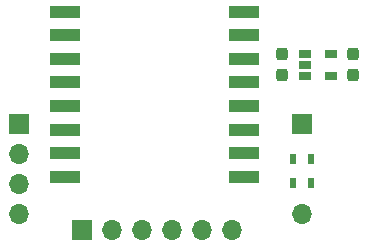
<source format=gbr>
%TF.GenerationSoftware,KiCad,Pcbnew,(6.0.1)*%
%TF.CreationDate,2022-06-04T23:11:39+02:00*%
%TF.ProjectId,esp-lvl,6573702d-6c76-46c2-9e6b-696361645f70,rev?*%
%TF.SameCoordinates,Original*%
%TF.FileFunction,Soldermask,Top*%
%TF.FilePolarity,Negative*%
%FSLAX46Y46*%
G04 Gerber Fmt 4.6, Leading zero omitted, Abs format (unit mm)*
G04 Created by KiCad (PCBNEW (6.0.1)) date 2022-06-04 23:11:39*
%MOMM*%
%LPD*%
G01*
G04 APERTURE LIST*
G04 Aperture macros list*
%AMRoundRect*
0 Rectangle with rounded corners*
0 $1 Rounding radius*
0 $2 $3 $4 $5 $6 $7 $8 $9 X,Y pos of 4 corners*
0 Add a 4 corners polygon primitive as box body*
4,1,4,$2,$3,$4,$5,$6,$7,$8,$9,$2,$3,0*
0 Add four circle primitives for the rounded corners*
1,1,$1+$1,$2,$3*
1,1,$1+$1,$4,$5*
1,1,$1+$1,$6,$7*
1,1,$1+$1,$8,$9*
0 Add four rect primitives between the rounded corners*
20,1,$1+$1,$2,$3,$4,$5,0*
20,1,$1+$1,$4,$5,$6,$7,0*
20,1,$1+$1,$6,$7,$8,$9,0*
20,1,$1+$1,$8,$9,$2,$3,0*%
G04 Aperture macros list end*
%ADD10R,1.700000X1.700000*%
%ADD11O,1.700000X1.700000*%
%ADD12R,2.500000X1.000000*%
%ADD13R,0.600000X0.900000*%
%ADD14RoundRect,0.237500X-0.237500X0.287500X-0.237500X-0.287500X0.237500X-0.287500X0.237500X0.287500X0*%
%ADD15R,1.060000X0.650000*%
G04 APERTURE END LIST*
D10*
%TO.C,J2*%
X110000000Y-75000000D03*
D11*
X110000000Y-82620000D03*
%TD*%
D12*
%TO.C,U2*%
X89900000Y-65500000D03*
X89900000Y-67500000D03*
X89900000Y-69500000D03*
X89900000Y-71500000D03*
X89900000Y-73500000D03*
X89900000Y-75500000D03*
X89900000Y-77500000D03*
X89900000Y-79500000D03*
X105100000Y-79500000D03*
X105100000Y-77500000D03*
X105100000Y-75500000D03*
X105100000Y-73500000D03*
X105100000Y-71500000D03*
X105100000Y-69500000D03*
X105100000Y-67500000D03*
X105100000Y-65500000D03*
%TD*%
D13*
%TO.C,R3*%
X109250000Y-80000000D03*
X110750000Y-80000000D03*
%TD*%
D14*
%TO.C,C1*%
X108300000Y-69125000D03*
X108300000Y-70875000D03*
%TD*%
D15*
%TO.C,U1*%
X110200000Y-69050000D03*
X110200000Y-70000000D03*
X110200000Y-70950000D03*
X112400000Y-70950000D03*
X112400000Y-69050000D03*
%TD*%
D10*
%TO.C,J1*%
X86000000Y-75000000D03*
D11*
X86000000Y-77540000D03*
X86000000Y-80080000D03*
X86000000Y-82620000D03*
%TD*%
D13*
%TO.C,R4*%
X109250000Y-78000000D03*
X110750000Y-78000000D03*
%TD*%
D10*
%TO.C,J3*%
X91380000Y-84000000D03*
D11*
X93920000Y-84000000D03*
X96460000Y-84000000D03*
X99000000Y-84000000D03*
X101540000Y-84000000D03*
X104080000Y-84000000D03*
%TD*%
D14*
%TO.C,C2*%
X114300000Y-69125000D03*
X114300000Y-70875000D03*
%TD*%
M02*

</source>
